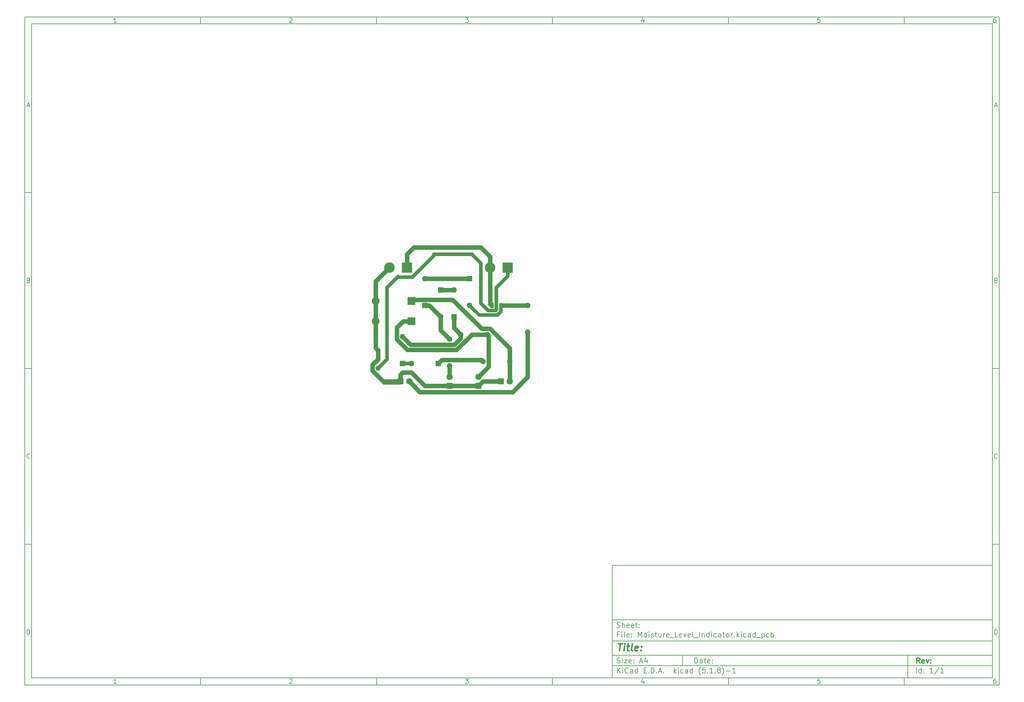
<source format=gbl>
%TF.GenerationSoftware,KiCad,Pcbnew,(5.1.8)-1*%
%TF.CreationDate,2021-07-18T22:50:51-07:00*%
%TF.ProjectId,Moisture_Level_Indicator,4d6f6973-7475-4726-955f-4c6576656c5f,rev?*%
%TF.SameCoordinates,Original*%
%TF.FileFunction,Copper,L2,Bot*%
%TF.FilePolarity,Positive*%
%FSLAX46Y46*%
G04 Gerber Fmt 4.6, Leading zero omitted, Abs format (unit mm)*
G04 Created by KiCad (PCBNEW (5.1.8)-1) date 2021-07-18 22:50:51*
%MOMM*%
%LPD*%
G01*
G04 APERTURE LIST*
%ADD10C,0.100000*%
%ADD11C,0.150000*%
%ADD12C,0.300000*%
%ADD13C,0.400000*%
%TA.AperFunction,ComponentPad*%
%ADD14R,1.600000X1.600000*%
%TD*%
%TA.AperFunction,ComponentPad*%
%ADD15O,1.600000X1.600000*%
%TD*%
%TA.AperFunction,ComponentPad*%
%ADD16C,1.800000*%
%TD*%
%TA.AperFunction,ComponentPad*%
%ADD17R,1.800000X1.800000*%
%TD*%
%TA.AperFunction,ComponentPad*%
%ADD18R,3.000000X3.000000*%
%TD*%
%TA.AperFunction,ComponentPad*%
%ADD19C,3.000000*%
%TD*%
%TA.AperFunction,ComponentPad*%
%ADD20O,1.050000X1.500000*%
%TD*%
%TA.AperFunction,ComponentPad*%
%ADD21R,1.050000X1.500000*%
%TD*%
%TA.AperFunction,ComponentPad*%
%ADD22C,1.600000*%
%TD*%
%TA.AperFunction,ComponentPad*%
%ADD23C,1.440000*%
%TD*%
%TA.AperFunction,ComponentPad*%
%ADD24R,2.200000X2.200000*%
%TD*%
%TA.AperFunction,ComponentPad*%
%ADD25O,2.200000X2.200000*%
%TD*%
%TA.AperFunction,Conductor*%
%ADD26C,1.270000*%
%TD*%
%TA.AperFunction,Conductor*%
%ADD27C,1.016000*%
%TD*%
G04 APERTURE END LIST*
D10*
D11*
X177002200Y-166007200D02*
X177002200Y-198007200D01*
X285002200Y-198007200D01*
X285002200Y-166007200D01*
X177002200Y-166007200D01*
D10*
D11*
X10000000Y-10000000D02*
X10000000Y-200007200D01*
X287002200Y-200007200D01*
X287002200Y-10000000D01*
X10000000Y-10000000D01*
D10*
D11*
X12000000Y-12000000D02*
X12000000Y-198007200D01*
X285002200Y-198007200D01*
X285002200Y-12000000D01*
X12000000Y-12000000D01*
D10*
D11*
X60000000Y-12000000D02*
X60000000Y-10000000D01*
D10*
D11*
X110000000Y-12000000D02*
X110000000Y-10000000D01*
D10*
D11*
X160000000Y-12000000D02*
X160000000Y-10000000D01*
D10*
D11*
X210000000Y-12000000D02*
X210000000Y-10000000D01*
D10*
D11*
X260000000Y-12000000D02*
X260000000Y-10000000D01*
D10*
D11*
X36065476Y-11588095D02*
X35322619Y-11588095D01*
X35694047Y-11588095D02*
X35694047Y-10288095D01*
X35570238Y-10473809D01*
X35446428Y-10597619D01*
X35322619Y-10659523D01*
D10*
D11*
X85322619Y-10411904D02*
X85384523Y-10350000D01*
X85508333Y-10288095D01*
X85817857Y-10288095D01*
X85941666Y-10350000D01*
X86003571Y-10411904D01*
X86065476Y-10535714D01*
X86065476Y-10659523D01*
X86003571Y-10845238D01*
X85260714Y-11588095D01*
X86065476Y-11588095D01*
D10*
D11*
X135260714Y-10288095D02*
X136065476Y-10288095D01*
X135632142Y-10783333D01*
X135817857Y-10783333D01*
X135941666Y-10845238D01*
X136003571Y-10907142D01*
X136065476Y-11030952D01*
X136065476Y-11340476D01*
X136003571Y-11464285D01*
X135941666Y-11526190D01*
X135817857Y-11588095D01*
X135446428Y-11588095D01*
X135322619Y-11526190D01*
X135260714Y-11464285D01*
D10*
D11*
X185941666Y-10721428D02*
X185941666Y-11588095D01*
X185632142Y-10226190D02*
X185322619Y-11154761D01*
X186127380Y-11154761D01*
D10*
D11*
X236003571Y-10288095D02*
X235384523Y-10288095D01*
X235322619Y-10907142D01*
X235384523Y-10845238D01*
X235508333Y-10783333D01*
X235817857Y-10783333D01*
X235941666Y-10845238D01*
X236003571Y-10907142D01*
X236065476Y-11030952D01*
X236065476Y-11340476D01*
X236003571Y-11464285D01*
X235941666Y-11526190D01*
X235817857Y-11588095D01*
X235508333Y-11588095D01*
X235384523Y-11526190D01*
X235322619Y-11464285D01*
D10*
D11*
X285941666Y-10288095D02*
X285694047Y-10288095D01*
X285570238Y-10350000D01*
X285508333Y-10411904D01*
X285384523Y-10597619D01*
X285322619Y-10845238D01*
X285322619Y-11340476D01*
X285384523Y-11464285D01*
X285446428Y-11526190D01*
X285570238Y-11588095D01*
X285817857Y-11588095D01*
X285941666Y-11526190D01*
X286003571Y-11464285D01*
X286065476Y-11340476D01*
X286065476Y-11030952D01*
X286003571Y-10907142D01*
X285941666Y-10845238D01*
X285817857Y-10783333D01*
X285570238Y-10783333D01*
X285446428Y-10845238D01*
X285384523Y-10907142D01*
X285322619Y-11030952D01*
D10*
D11*
X60000000Y-198007200D02*
X60000000Y-200007200D01*
D10*
D11*
X110000000Y-198007200D02*
X110000000Y-200007200D01*
D10*
D11*
X160000000Y-198007200D02*
X160000000Y-200007200D01*
D10*
D11*
X210000000Y-198007200D02*
X210000000Y-200007200D01*
D10*
D11*
X260000000Y-198007200D02*
X260000000Y-200007200D01*
D10*
D11*
X36065476Y-199595295D02*
X35322619Y-199595295D01*
X35694047Y-199595295D02*
X35694047Y-198295295D01*
X35570238Y-198481009D01*
X35446428Y-198604819D01*
X35322619Y-198666723D01*
D10*
D11*
X85322619Y-198419104D02*
X85384523Y-198357200D01*
X85508333Y-198295295D01*
X85817857Y-198295295D01*
X85941666Y-198357200D01*
X86003571Y-198419104D01*
X86065476Y-198542914D01*
X86065476Y-198666723D01*
X86003571Y-198852438D01*
X85260714Y-199595295D01*
X86065476Y-199595295D01*
D10*
D11*
X135260714Y-198295295D02*
X136065476Y-198295295D01*
X135632142Y-198790533D01*
X135817857Y-198790533D01*
X135941666Y-198852438D01*
X136003571Y-198914342D01*
X136065476Y-199038152D01*
X136065476Y-199347676D01*
X136003571Y-199471485D01*
X135941666Y-199533390D01*
X135817857Y-199595295D01*
X135446428Y-199595295D01*
X135322619Y-199533390D01*
X135260714Y-199471485D01*
D10*
D11*
X185941666Y-198728628D02*
X185941666Y-199595295D01*
X185632142Y-198233390D02*
X185322619Y-199161961D01*
X186127380Y-199161961D01*
D10*
D11*
X236003571Y-198295295D02*
X235384523Y-198295295D01*
X235322619Y-198914342D01*
X235384523Y-198852438D01*
X235508333Y-198790533D01*
X235817857Y-198790533D01*
X235941666Y-198852438D01*
X236003571Y-198914342D01*
X236065476Y-199038152D01*
X236065476Y-199347676D01*
X236003571Y-199471485D01*
X235941666Y-199533390D01*
X235817857Y-199595295D01*
X235508333Y-199595295D01*
X235384523Y-199533390D01*
X235322619Y-199471485D01*
D10*
D11*
X285941666Y-198295295D02*
X285694047Y-198295295D01*
X285570238Y-198357200D01*
X285508333Y-198419104D01*
X285384523Y-198604819D01*
X285322619Y-198852438D01*
X285322619Y-199347676D01*
X285384523Y-199471485D01*
X285446428Y-199533390D01*
X285570238Y-199595295D01*
X285817857Y-199595295D01*
X285941666Y-199533390D01*
X286003571Y-199471485D01*
X286065476Y-199347676D01*
X286065476Y-199038152D01*
X286003571Y-198914342D01*
X285941666Y-198852438D01*
X285817857Y-198790533D01*
X285570238Y-198790533D01*
X285446428Y-198852438D01*
X285384523Y-198914342D01*
X285322619Y-199038152D01*
D10*
D11*
X10000000Y-60000000D02*
X12000000Y-60000000D01*
D10*
D11*
X10000000Y-110000000D02*
X12000000Y-110000000D01*
D10*
D11*
X10000000Y-160000000D02*
X12000000Y-160000000D01*
D10*
D11*
X10690476Y-35216666D02*
X11309523Y-35216666D01*
X10566666Y-35588095D02*
X11000000Y-34288095D01*
X11433333Y-35588095D01*
D10*
D11*
X11092857Y-84907142D02*
X11278571Y-84969047D01*
X11340476Y-85030952D01*
X11402380Y-85154761D01*
X11402380Y-85340476D01*
X11340476Y-85464285D01*
X11278571Y-85526190D01*
X11154761Y-85588095D01*
X10659523Y-85588095D01*
X10659523Y-84288095D01*
X11092857Y-84288095D01*
X11216666Y-84350000D01*
X11278571Y-84411904D01*
X11340476Y-84535714D01*
X11340476Y-84659523D01*
X11278571Y-84783333D01*
X11216666Y-84845238D01*
X11092857Y-84907142D01*
X10659523Y-84907142D01*
D10*
D11*
X11402380Y-135464285D02*
X11340476Y-135526190D01*
X11154761Y-135588095D01*
X11030952Y-135588095D01*
X10845238Y-135526190D01*
X10721428Y-135402380D01*
X10659523Y-135278571D01*
X10597619Y-135030952D01*
X10597619Y-134845238D01*
X10659523Y-134597619D01*
X10721428Y-134473809D01*
X10845238Y-134350000D01*
X11030952Y-134288095D01*
X11154761Y-134288095D01*
X11340476Y-134350000D01*
X11402380Y-134411904D01*
D10*
D11*
X10659523Y-185588095D02*
X10659523Y-184288095D01*
X10969047Y-184288095D01*
X11154761Y-184350000D01*
X11278571Y-184473809D01*
X11340476Y-184597619D01*
X11402380Y-184845238D01*
X11402380Y-185030952D01*
X11340476Y-185278571D01*
X11278571Y-185402380D01*
X11154761Y-185526190D01*
X10969047Y-185588095D01*
X10659523Y-185588095D01*
D10*
D11*
X287002200Y-60000000D02*
X285002200Y-60000000D01*
D10*
D11*
X287002200Y-110000000D02*
X285002200Y-110000000D01*
D10*
D11*
X287002200Y-160000000D02*
X285002200Y-160000000D01*
D10*
D11*
X285692676Y-35216666D02*
X286311723Y-35216666D01*
X285568866Y-35588095D02*
X286002200Y-34288095D01*
X286435533Y-35588095D01*
D10*
D11*
X286095057Y-84907142D02*
X286280771Y-84969047D01*
X286342676Y-85030952D01*
X286404580Y-85154761D01*
X286404580Y-85340476D01*
X286342676Y-85464285D01*
X286280771Y-85526190D01*
X286156961Y-85588095D01*
X285661723Y-85588095D01*
X285661723Y-84288095D01*
X286095057Y-84288095D01*
X286218866Y-84350000D01*
X286280771Y-84411904D01*
X286342676Y-84535714D01*
X286342676Y-84659523D01*
X286280771Y-84783333D01*
X286218866Y-84845238D01*
X286095057Y-84907142D01*
X285661723Y-84907142D01*
D10*
D11*
X286404580Y-135464285D02*
X286342676Y-135526190D01*
X286156961Y-135588095D01*
X286033152Y-135588095D01*
X285847438Y-135526190D01*
X285723628Y-135402380D01*
X285661723Y-135278571D01*
X285599819Y-135030952D01*
X285599819Y-134845238D01*
X285661723Y-134597619D01*
X285723628Y-134473809D01*
X285847438Y-134350000D01*
X286033152Y-134288095D01*
X286156961Y-134288095D01*
X286342676Y-134350000D01*
X286404580Y-134411904D01*
D10*
D11*
X285661723Y-185588095D02*
X285661723Y-184288095D01*
X285971247Y-184288095D01*
X286156961Y-184350000D01*
X286280771Y-184473809D01*
X286342676Y-184597619D01*
X286404580Y-184845238D01*
X286404580Y-185030952D01*
X286342676Y-185278571D01*
X286280771Y-185402380D01*
X286156961Y-185526190D01*
X285971247Y-185588095D01*
X285661723Y-185588095D01*
D10*
D11*
X200434342Y-193785771D02*
X200434342Y-192285771D01*
X200791485Y-192285771D01*
X201005771Y-192357200D01*
X201148628Y-192500057D01*
X201220057Y-192642914D01*
X201291485Y-192928628D01*
X201291485Y-193142914D01*
X201220057Y-193428628D01*
X201148628Y-193571485D01*
X201005771Y-193714342D01*
X200791485Y-193785771D01*
X200434342Y-193785771D01*
X202577200Y-193785771D02*
X202577200Y-193000057D01*
X202505771Y-192857200D01*
X202362914Y-192785771D01*
X202077200Y-192785771D01*
X201934342Y-192857200D01*
X202577200Y-193714342D02*
X202434342Y-193785771D01*
X202077200Y-193785771D01*
X201934342Y-193714342D01*
X201862914Y-193571485D01*
X201862914Y-193428628D01*
X201934342Y-193285771D01*
X202077200Y-193214342D01*
X202434342Y-193214342D01*
X202577200Y-193142914D01*
X203077200Y-192785771D02*
X203648628Y-192785771D01*
X203291485Y-192285771D02*
X203291485Y-193571485D01*
X203362914Y-193714342D01*
X203505771Y-193785771D01*
X203648628Y-193785771D01*
X204720057Y-193714342D02*
X204577200Y-193785771D01*
X204291485Y-193785771D01*
X204148628Y-193714342D01*
X204077200Y-193571485D01*
X204077200Y-193000057D01*
X204148628Y-192857200D01*
X204291485Y-192785771D01*
X204577200Y-192785771D01*
X204720057Y-192857200D01*
X204791485Y-193000057D01*
X204791485Y-193142914D01*
X204077200Y-193285771D01*
X205434342Y-193642914D02*
X205505771Y-193714342D01*
X205434342Y-193785771D01*
X205362914Y-193714342D01*
X205434342Y-193642914D01*
X205434342Y-193785771D01*
X205434342Y-192857200D02*
X205505771Y-192928628D01*
X205434342Y-193000057D01*
X205362914Y-192928628D01*
X205434342Y-192857200D01*
X205434342Y-193000057D01*
D10*
D11*
X177002200Y-194507200D02*
X285002200Y-194507200D01*
D10*
D11*
X178434342Y-196585771D02*
X178434342Y-195085771D01*
X179291485Y-196585771D02*
X178648628Y-195728628D01*
X179291485Y-195085771D02*
X178434342Y-195942914D01*
X179934342Y-196585771D02*
X179934342Y-195585771D01*
X179934342Y-195085771D02*
X179862914Y-195157200D01*
X179934342Y-195228628D01*
X180005771Y-195157200D01*
X179934342Y-195085771D01*
X179934342Y-195228628D01*
X181505771Y-196442914D02*
X181434342Y-196514342D01*
X181220057Y-196585771D01*
X181077200Y-196585771D01*
X180862914Y-196514342D01*
X180720057Y-196371485D01*
X180648628Y-196228628D01*
X180577200Y-195942914D01*
X180577200Y-195728628D01*
X180648628Y-195442914D01*
X180720057Y-195300057D01*
X180862914Y-195157200D01*
X181077200Y-195085771D01*
X181220057Y-195085771D01*
X181434342Y-195157200D01*
X181505771Y-195228628D01*
X182791485Y-196585771D02*
X182791485Y-195800057D01*
X182720057Y-195657200D01*
X182577200Y-195585771D01*
X182291485Y-195585771D01*
X182148628Y-195657200D01*
X182791485Y-196514342D02*
X182648628Y-196585771D01*
X182291485Y-196585771D01*
X182148628Y-196514342D01*
X182077200Y-196371485D01*
X182077200Y-196228628D01*
X182148628Y-196085771D01*
X182291485Y-196014342D01*
X182648628Y-196014342D01*
X182791485Y-195942914D01*
X184148628Y-196585771D02*
X184148628Y-195085771D01*
X184148628Y-196514342D02*
X184005771Y-196585771D01*
X183720057Y-196585771D01*
X183577200Y-196514342D01*
X183505771Y-196442914D01*
X183434342Y-196300057D01*
X183434342Y-195871485D01*
X183505771Y-195728628D01*
X183577200Y-195657200D01*
X183720057Y-195585771D01*
X184005771Y-195585771D01*
X184148628Y-195657200D01*
X186005771Y-195800057D02*
X186505771Y-195800057D01*
X186720057Y-196585771D02*
X186005771Y-196585771D01*
X186005771Y-195085771D01*
X186720057Y-195085771D01*
X187362914Y-196442914D02*
X187434342Y-196514342D01*
X187362914Y-196585771D01*
X187291485Y-196514342D01*
X187362914Y-196442914D01*
X187362914Y-196585771D01*
X188077200Y-196585771D02*
X188077200Y-195085771D01*
X188434342Y-195085771D01*
X188648628Y-195157200D01*
X188791485Y-195300057D01*
X188862914Y-195442914D01*
X188934342Y-195728628D01*
X188934342Y-195942914D01*
X188862914Y-196228628D01*
X188791485Y-196371485D01*
X188648628Y-196514342D01*
X188434342Y-196585771D01*
X188077200Y-196585771D01*
X189577200Y-196442914D02*
X189648628Y-196514342D01*
X189577200Y-196585771D01*
X189505771Y-196514342D01*
X189577200Y-196442914D01*
X189577200Y-196585771D01*
X190220057Y-196157200D02*
X190934342Y-196157200D01*
X190077200Y-196585771D02*
X190577200Y-195085771D01*
X191077200Y-196585771D01*
X191577200Y-196442914D02*
X191648628Y-196514342D01*
X191577200Y-196585771D01*
X191505771Y-196514342D01*
X191577200Y-196442914D01*
X191577200Y-196585771D01*
X194577200Y-196585771D02*
X194577200Y-195085771D01*
X194720057Y-196014342D02*
X195148628Y-196585771D01*
X195148628Y-195585771D02*
X194577200Y-196157200D01*
X195791485Y-196585771D02*
X195791485Y-195585771D01*
X195791485Y-195085771D02*
X195720057Y-195157200D01*
X195791485Y-195228628D01*
X195862914Y-195157200D01*
X195791485Y-195085771D01*
X195791485Y-195228628D01*
X197148628Y-196514342D02*
X197005771Y-196585771D01*
X196720057Y-196585771D01*
X196577200Y-196514342D01*
X196505771Y-196442914D01*
X196434342Y-196300057D01*
X196434342Y-195871485D01*
X196505771Y-195728628D01*
X196577200Y-195657200D01*
X196720057Y-195585771D01*
X197005771Y-195585771D01*
X197148628Y-195657200D01*
X198434342Y-196585771D02*
X198434342Y-195800057D01*
X198362914Y-195657200D01*
X198220057Y-195585771D01*
X197934342Y-195585771D01*
X197791485Y-195657200D01*
X198434342Y-196514342D02*
X198291485Y-196585771D01*
X197934342Y-196585771D01*
X197791485Y-196514342D01*
X197720057Y-196371485D01*
X197720057Y-196228628D01*
X197791485Y-196085771D01*
X197934342Y-196014342D01*
X198291485Y-196014342D01*
X198434342Y-195942914D01*
X199791485Y-196585771D02*
X199791485Y-195085771D01*
X199791485Y-196514342D02*
X199648628Y-196585771D01*
X199362914Y-196585771D01*
X199220057Y-196514342D01*
X199148628Y-196442914D01*
X199077200Y-196300057D01*
X199077200Y-195871485D01*
X199148628Y-195728628D01*
X199220057Y-195657200D01*
X199362914Y-195585771D01*
X199648628Y-195585771D01*
X199791485Y-195657200D01*
X202077200Y-197157200D02*
X202005771Y-197085771D01*
X201862914Y-196871485D01*
X201791485Y-196728628D01*
X201720057Y-196514342D01*
X201648628Y-196157200D01*
X201648628Y-195871485D01*
X201720057Y-195514342D01*
X201791485Y-195300057D01*
X201862914Y-195157200D01*
X202005771Y-194942914D01*
X202077200Y-194871485D01*
X203362914Y-195085771D02*
X202648628Y-195085771D01*
X202577200Y-195800057D01*
X202648628Y-195728628D01*
X202791485Y-195657200D01*
X203148628Y-195657200D01*
X203291485Y-195728628D01*
X203362914Y-195800057D01*
X203434342Y-195942914D01*
X203434342Y-196300057D01*
X203362914Y-196442914D01*
X203291485Y-196514342D01*
X203148628Y-196585771D01*
X202791485Y-196585771D01*
X202648628Y-196514342D01*
X202577200Y-196442914D01*
X204077200Y-196442914D02*
X204148628Y-196514342D01*
X204077200Y-196585771D01*
X204005771Y-196514342D01*
X204077200Y-196442914D01*
X204077200Y-196585771D01*
X205577200Y-196585771D02*
X204720057Y-196585771D01*
X205148628Y-196585771D02*
X205148628Y-195085771D01*
X205005771Y-195300057D01*
X204862914Y-195442914D01*
X204720057Y-195514342D01*
X206220057Y-196442914D02*
X206291485Y-196514342D01*
X206220057Y-196585771D01*
X206148628Y-196514342D01*
X206220057Y-196442914D01*
X206220057Y-196585771D01*
X207148628Y-195728628D02*
X207005771Y-195657200D01*
X206934342Y-195585771D01*
X206862914Y-195442914D01*
X206862914Y-195371485D01*
X206934342Y-195228628D01*
X207005771Y-195157200D01*
X207148628Y-195085771D01*
X207434342Y-195085771D01*
X207577200Y-195157200D01*
X207648628Y-195228628D01*
X207720057Y-195371485D01*
X207720057Y-195442914D01*
X207648628Y-195585771D01*
X207577200Y-195657200D01*
X207434342Y-195728628D01*
X207148628Y-195728628D01*
X207005771Y-195800057D01*
X206934342Y-195871485D01*
X206862914Y-196014342D01*
X206862914Y-196300057D01*
X206934342Y-196442914D01*
X207005771Y-196514342D01*
X207148628Y-196585771D01*
X207434342Y-196585771D01*
X207577200Y-196514342D01*
X207648628Y-196442914D01*
X207720057Y-196300057D01*
X207720057Y-196014342D01*
X207648628Y-195871485D01*
X207577200Y-195800057D01*
X207434342Y-195728628D01*
X208220057Y-197157200D02*
X208291485Y-197085771D01*
X208434342Y-196871485D01*
X208505771Y-196728628D01*
X208577200Y-196514342D01*
X208648628Y-196157200D01*
X208648628Y-195871485D01*
X208577200Y-195514342D01*
X208505771Y-195300057D01*
X208434342Y-195157200D01*
X208291485Y-194942914D01*
X208220057Y-194871485D01*
X209362914Y-196014342D02*
X210505771Y-196014342D01*
X212005771Y-196585771D02*
X211148628Y-196585771D01*
X211577200Y-196585771D02*
X211577200Y-195085771D01*
X211434342Y-195300057D01*
X211291485Y-195442914D01*
X211148628Y-195514342D01*
D10*
D11*
X177002200Y-191507200D02*
X285002200Y-191507200D01*
D10*
D12*
X264411485Y-193785771D02*
X263911485Y-193071485D01*
X263554342Y-193785771D02*
X263554342Y-192285771D01*
X264125771Y-192285771D01*
X264268628Y-192357200D01*
X264340057Y-192428628D01*
X264411485Y-192571485D01*
X264411485Y-192785771D01*
X264340057Y-192928628D01*
X264268628Y-193000057D01*
X264125771Y-193071485D01*
X263554342Y-193071485D01*
X265625771Y-193714342D02*
X265482914Y-193785771D01*
X265197200Y-193785771D01*
X265054342Y-193714342D01*
X264982914Y-193571485D01*
X264982914Y-193000057D01*
X265054342Y-192857200D01*
X265197200Y-192785771D01*
X265482914Y-192785771D01*
X265625771Y-192857200D01*
X265697200Y-193000057D01*
X265697200Y-193142914D01*
X264982914Y-193285771D01*
X266197200Y-192785771D02*
X266554342Y-193785771D01*
X266911485Y-192785771D01*
X267482914Y-193642914D02*
X267554342Y-193714342D01*
X267482914Y-193785771D01*
X267411485Y-193714342D01*
X267482914Y-193642914D01*
X267482914Y-193785771D01*
X267482914Y-192857200D02*
X267554342Y-192928628D01*
X267482914Y-193000057D01*
X267411485Y-192928628D01*
X267482914Y-192857200D01*
X267482914Y-193000057D01*
D10*
D11*
X178362914Y-193714342D02*
X178577200Y-193785771D01*
X178934342Y-193785771D01*
X179077200Y-193714342D01*
X179148628Y-193642914D01*
X179220057Y-193500057D01*
X179220057Y-193357200D01*
X179148628Y-193214342D01*
X179077200Y-193142914D01*
X178934342Y-193071485D01*
X178648628Y-193000057D01*
X178505771Y-192928628D01*
X178434342Y-192857200D01*
X178362914Y-192714342D01*
X178362914Y-192571485D01*
X178434342Y-192428628D01*
X178505771Y-192357200D01*
X178648628Y-192285771D01*
X179005771Y-192285771D01*
X179220057Y-192357200D01*
X179862914Y-193785771D02*
X179862914Y-192785771D01*
X179862914Y-192285771D02*
X179791485Y-192357200D01*
X179862914Y-192428628D01*
X179934342Y-192357200D01*
X179862914Y-192285771D01*
X179862914Y-192428628D01*
X180434342Y-192785771D02*
X181220057Y-192785771D01*
X180434342Y-193785771D01*
X181220057Y-193785771D01*
X182362914Y-193714342D02*
X182220057Y-193785771D01*
X181934342Y-193785771D01*
X181791485Y-193714342D01*
X181720057Y-193571485D01*
X181720057Y-193000057D01*
X181791485Y-192857200D01*
X181934342Y-192785771D01*
X182220057Y-192785771D01*
X182362914Y-192857200D01*
X182434342Y-193000057D01*
X182434342Y-193142914D01*
X181720057Y-193285771D01*
X183077200Y-193642914D02*
X183148628Y-193714342D01*
X183077200Y-193785771D01*
X183005771Y-193714342D01*
X183077200Y-193642914D01*
X183077200Y-193785771D01*
X183077200Y-192857200D02*
X183148628Y-192928628D01*
X183077200Y-193000057D01*
X183005771Y-192928628D01*
X183077200Y-192857200D01*
X183077200Y-193000057D01*
X184862914Y-193357200D02*
X185577200Y-193357200D01*
X184720057Y-193785771D02*
X185220057Y-192285771D01*
X185720057Y-193785771D01*
X186862914Y-192785771D02*
X186862914Y-193785771D01*
X186505771Y-192214342D02*
X186148628Y-193285771D01*
X187077200Y-193285771D01*
D10*
D11*
X263434342Y-196585771D02*
X263434342Y-195085771D01*
X264791485Y-196585771D02*
X264791485Y-195085771D01*
X264791485Y-196514342D02*
X264648628Y-196585771D01*
X264362914Y-196585771D01*
X264220057Y-196514342D01*
X264148628Y-196442914D01*
X264077200Y-196300057D01*
X264077200Y-195871485D01*
X264148628Y-195728628D01*
X264220057Y-195657200D01*
X264362914Y-195585771D01*
X264648628Y-195585771D01*
X264791485Y-195657200D01*
X265505771Y-196442914D02*
X265577200Y-196514342D01*
X265505771Y-196585771D01*
X265434342Y-196514342D01*
X265505771Y-196442914D01*
X265505771Y-196585771D01*
X265505771Y-195657200D02*
X265577200Y-195728628D01*
X265505771Y-195800057D01*
X265434342Y-195728628D01*
X265505771Y-195657200D01*
X265505771Y-195800057D01*
X268148628Y-196585771D02*
X267291485Y-196585771D01*
X267720057Y-196585771D02*
X267720057Y-195085771D01*
X267577200Y-195300057D01*
X267434342Y-195442914D01*
X267291485Y-195514342D01*
X269862914Y-195014342D02*
X268577200Y-196942914D01*
X271148628Y-196585771D02*
X270291485Y-196585771D01*
X270720057Y-196585771D02*
X270720057Y-195085771D01*
X270577200Y-195300057D01*
X270434342Y-195442914D01*
X270291485Y-195514342D01*
D10*
D11*
X177002200Y-187507200D02*
X285002200Y-187507200D01*
D10*
D13*
X178714580Y-188211961D02*
X179857438Y-188211961D01*
X179036009Y-190211961D02*
X179286009Y-188211961D01*
X180274104Y-190211961D02*
X180440771Y-188878628D01*
X180524104Y-188211961D02*
X180416961Y-188307200D01*
X180500295Y-188402438D01*
X180607438Y-188307200D01*
X180524104Y-188211961D01*
X180500295Y-188402438D01*
X181107438Y-188878628D02*
X181869342Y-188878628D01*
X181476485Y-188211961D02*
X181262200Y-189926247D01*
X181333628Y-190116723D01*
X181512200Y-190211961D01*
X181702676Y-190211961D01*
X182655057Y-190211961D02*
X182476485Y-190116723D01*
X182405057Y-189926247D01*
X182619342Y-188211961D01*
X184190771Y-190116723D02*
X183988390Y-190211961D01*
X183607438Y-190211961D01*
X183428866Y-190116723D01*
X183357438Y-189926247D01*
X183452676Y-189164342D01*
X183571723Y-188973866D01*
X183774104Y-188878628D01*
X184155057Y-188878628D01*
X184333628Y-188973866D01*
X184405057Y-189164342D01*
X184381247Y-189354819D01*
X183405057Y-189545295D01*
X185155057Y-190021485D02*
X185238390Y-190116723D01*
X185131247Y-190211961D01*
X185047914Y-190116723D01*
X185155057Y-190021485D01*
X185131247Y-190211961D01*
X185286009Y-188973866D02*
X185369342Y-189069104D01*
X185262200Y-189164342D01*
X185178866Y-189069104D01*
X185286009Y-188973866D01*
X185262200Y-189164342D01*
D10*
D11*
X178934342Y-185600057D02*
X178434342Y-185600057D01*
X178434342Y-186385771D02*
X178434342Y-184885771D01*
X179148628Y-184885771D01*
X179720057Y-186385771D02*
X179720057Y-185385771D01*
X179720057Y-184885771D02*
X179648628Y-184957200D01*
X179720057Y-185028628D01*
X179791485Y-184957200D01*
X179720057Y-184885771D01*
X179720057Y-185028628D01*
X180648628Y-186385771D02*
X180505771Y-186314342D01*
X180434342Y-186171485D01*
X180434342Y-184885771D01*
X181791485Y-186314342D02*
X181648628Y-186385771D01*
X181362914Y-186385771D01*
X181220057Y-186314342D01*
X181148628Y-186171485D01*
X181148628Y-185600057D01*
X181220057Y-185457200D01*
X181362914Y-185385771D01*
X181648628Y-185385771D01*
X181791485Y-185457200D01*
X181862914Y-185600057D01*
X181862914Y-185742914D01*
X181148628Y-185885771D01*
X182505771Y-186242914D02*
X182577200Y-186314342D01*
X182505771Y-186385771D01*
X182434342Y-186314342D01*
X182505771Y-186242914D01*
X182505771Y-186385771D01*
X182505771Y-185457200D02*
X182577200Y-185528628D01*
X182505771Y-185600057D01*
X182434342Y-185528628D01*
X182505771Y-185457200D01*
X182505771Y-185600057D01*
X184362914Y-186385771D02*
X184362914Y-184885771D01*
X184862914Y-185957200D01*
X185362914Y-184885771D01*
X185362914Y-186385771D01*
X186291485Y-186385771D02*
X186148628Y-186314342D01*
X186077200Y-186242914D01*
X186005771Y-186100057D01*
X186005771Y-185671485D01*
X186077200Y-185528628D01*
X186148628Y-185457200D01*
X186291485Y-185385771D01*
X186505771Y-185385771D01*
X186648628Y-185457200D01*
X186720057Y-185528628D01*
X186791485Y-185671485D01*
X186791485Y-186100057D01*
X186720057Y-186242914D01*
X186648628Y-186314342D01*
X186505771Y-186385771D01*
X186291485Y-186385771D01*
X187434342Y-186385771D02*
X187434342Y-185385771D01*
X187434342Y-184885771D02*
X187362914Y-184957200D01*
X187434342Y-185028628D01*
X187505771Y-184957200D01*
X187434342Y-184885771D01*
X187434342Y-185028628D01*
X188077200Y-186314342D02*
X188220057Y-186385771D01*
X188505771Y-186385771D01*
X188648628Y-186314342D01*
X188720057Y-186171485D01*
X188720057Y-186100057D01*
X188648628Y-185957200D01*
X188505771Y-185885771D01*
X188291485Y-185885771D01*
X188148628Y-185814342D01*
X188077200Y-185671485D01*
X188077200Y-185600057D01*
X188148628Y-185457200D01*
X188291485Y-185385771D01*
X188505771Y-185385771D01*
X188648628Y-185457200D01*
X189148628Y-185385771D02*
X189720057Y-185385771D01*
X189362914Y-184885771D02*
X189362914Y-186171485D01*
X189434342Y-186314342D01*
X189577200Y-186385771D01*
X189720057Y-186385771D01*
X190862914Y-185385771D02*
X190862914Y-186385771D01*
X190220057Y-185385771D02*
X190220057Y-186171485D01*
X190291485Y-186314342D01*
X190434342Y-186385771D01*
X190648628Y-186385771D01*
X190791485Y-186314342D01*
X190862914Y-186242914D01*
X191577200Y-186385771D02*
X191577200Y-185385771D01*
X191577200Y-185671485D02*
X191648628Y-185528628D01*
X191720057Y-185457200D01*
X191862914Y-185385771D01*
X192005771Y-185385771D01*
X193077200Y-186314342D02*
X192934342Y-186385771D01*
X192648628Y-186385771D01*
X192505771Y-186314342D01*
X192434342Y-186171485D01*
X192434342Y-185600057D01*
X192505771Y-185457200D01*
X192648628Y-185385771D01*
X192934342Y-185385771D01*
X193077200Y-185457200D01*
X193148628Y-185600057D01*
X193148628Y-185742914D01*
X192434342Y-185885771D01*
X193434342Y-186528628D02*
X194577200Y-186528628D01*
X195648628Y-186385771D02*
X194934342Y-186385771D01*
X194934342Y-184885771D01*
X196720057Y-186314342D02*
X196577200Y-186385771D01*
X196291485Y-186385771D01*
X196148628Y-186314342D01*
X196077200Y-186171485D01*
X196077200Y-185600057D01*
X196148628Y-185457200D01*
X196291485Y-185385771D01*
X196577200Y-185385771D01*
X196720057Y-185457200D01*
X196791485Y-185600057D01*
X196791485Y-185742914D01*
X196077200Y-185885771D01*
X197291485Y-185385771D02*
X197648628Y-186385771D01*
X198005771Y-185385771D01*
X199148628Y-186314342D02*
X199005771Y-186385771D01*
X198720057Y-186385771D01*
X198577200Y-186314342D01*
X198505771Y-186171485D01*
X198505771Y-185600057D01*
X198577200Y-185457200D01*
X198720057Y-185385771D01*
X199005771Y-185385771D01*
X199148628Y-185457200D01*
X199220057Y-185600057D01*
X199220057Y-185742914D01*
X198505771Y-185885771D01*
X200077200Y-186385771D02*
X199934342Y-186314342D01*
X199862914Y-186171485D01*
X199862914Y-184885771D01*
X200291485Y-186528628D02*
X201434342Y-186528628D01*
X201791485Y-186385771D02*
X201791485Y-184885771D01*
X202505771Y-185385771D02*
X202505771Y-186385771D01*
X202505771Y-185528628D02*
X202577200Y-185457200D01*
X202720057Y-185385771D01*
X202934342Y-185385771D01*
X203077200Y-185457200D01*
X203148628Y-185600057D01*
X203148628Y-186385771D01*
X204505771Y-186385771D02*
X204505771Y-184885771D01*
X204505771Y-186314342D02*
X204362914Y-186385771D01*
X204077200Y-186385771D01*
X203934342Y-186314342D01*
X203862914Y-186242914D01*
X203791485Y-186100057D01*
X203791485Y-185671485D01*
X203862914Y-185528628D01*
X203934342Y-185457200D01*
X204077200Y-185385771D01*
X204362914Y-185385771D01*
X204505771Y-185457200D01*
X205220057Y-186385771D02*
X205220057Y-185385771D01*
X205220057Y-184885771D02*
X205148628Y-184957200D01*
X205220057Y-185028628D01*
X205291485Y-184957200D01*
X205220057Y-184885771D01*
X205220057Y-185028628D01*
X206577200Y-186314342D02*
X206434342Y-186385771D01*
X206148628Y-186385771D01*
X206005771Y-186314342D01*
X205934342Y-186242914D01*
X205862914Y-186100057D01*
X205862914Y-185671485D01*
X205934342Y-185528628D01*
X206005771Y-185457200D01*
X206148628Y-185385771D01*
X206434342Y-185385771D01*
X206577200Y-185457200D01*
X207862914Y-186385771D02*
X207862914Y-185600057D01*
X207791485Y-185457200D01*
X207648628Y-185385771D01*
X207362914Y-185385771D01*
X207220057Y-185457200D01*
X207862914Y-186314342D02*
X207720057Y-186385771D01*
X207362914Y-186385771D01*
X207220057Y-186314342D01*
X207148628Y-186171485D01*
X207148628Y-186028628D01*
X207220057Y-185885771D01*
X207362914Y-185814342D01*
X207720057Y-185814342D01*
X207862914Y-185742914D01*
X208362914Y-185385771D02*
X208934342Y-185385771D01*
X208577200Y-184885771D02*
X208577200Y-186171485D01*
X208648628Y-186314342D01*
X208791485Y-186385771D01*
X208934342Y-186385771D01*
X209648628Y-186385771D02*
X209505771Y-186314342D01*
X209434342Y-186242914D01*
X209362914Y-186100057D01*
X209362914Y-185671485D01*
X209434342Y-185528628D01*
X209505771Y-185457200D01*
X209648628Y-185385771D01*
X209862914Y-185385771D01*
X210005771Y-185457200D01*
X210077200Y-185528628D01*
X210148628Y-185671485D01*
X210148628Y-186100057D01*
X210077200Y-186242914D01*
X210005771Y-186314342D01*
X209862914Y-186385771D01*
X209648628Y-186385771D01*
X210791485Y-186385771D02*
X210791485Y-185385771D01*
X210791485Y-185671485D02*
X210862914Y-185528628D01*
X210934342Y-185457200D01*
X211077200Y-185385771D01*
X211220057Y-185385771D01*
X211720057Y-186242914D02*
X211791485Y-186314342D01*
X211720057Y-186385771D01*
X211648628Y-186314342D01*
X211720057Y-186242914D01*
X211720057Y-186385771D01*
X212434342Y-186385771D02*
X212434342Y-184885771D01*
X212577200Y-185814342D02*
X213005771Y-186385771D01*
X213005771Y-185385771D02*
X212434342Y-185957200D01*
X213648628Y-186385771D02*
X213648628Y-185385771D01*
X213648628Y-184885771D02*
X213577200Y-184957200D01*
X213648628Y-185028628D01*
X213720057Y-184957200D01*
X213648628Y-184885771D01*
X213648628Y-185028628D01*
X215005771Y-186314342D02*
X214862914Y-186385771D01*
X214577200Y-186385771D01*
X214434342Y-186314342D01*
X214362914Y-186242914D01*
X214291485Y-186100057D01*
X214291485Y-185671485D01*
X214362914Y-185528628D01*
X214434342Y-185457200D01*
X214577200Y-185385771D01*
X214862914Y-185385771D01*
X215005771Y-185457200D01*
X216291485Y-186385771D02*
X216291485Y-185600057D01*
X216220057Y-185457200D01*
X216077200Y-185385771D01*
X215791485Y-185385771D01*
X215648628Y-185457200D01*
X216291485Y-186314342D02*
X216148628Y-186385771D01*
X215791485Y-186385771D01*
X215648628Y-186314342D01*
X215577200Y-186171485D01*
X215577200Y-186028628D01*
X215648628Y-185885771D01*
X215791485Y-185814342D01*
X216148628Y-185814342D01*
X216291485Y-185742914D01*
X217648628Y-186385771D02*
X217648628Y-184885771D01*
X217648628Y-186314342D02*
X217505771Y-186385771D01*
X217220057Y-186385771D01*
X217077200Y-186314342D01*
X217005771Y-186242914D01*
X216934342Y-186100057D01*
X216934342Y-185671485D01*
X217005771Y-185528628D01*
X217077200Y-185457200D01*
X217220057Y-185385771D01*
X217505771Y-185385771D01*
X217648628Y-185457200D01*
X218005771Y-186528628D02*
X219148628Y-186528628D01*
X219505771Y-185385771D02*
X219505771Y-186885771D01*
X219505771Y-185457200D02*
X219648628Y-185385771D01*
X219934342Y-185385771D01*
X220077200Y-185457200D01*
X220148628Y-185528628D01*
X220220057Y-185671485D01*
X220220057Y-186100057D01*
X220148628Y-186242914D01*
X220077200Y-186314342D01*
X219934342Y-186385771D01*
X219648628Y-186385771D01*
X219505771Y-186314342D01*
X221505771Y-186314342D02*
X221362914Y-186385771D01*
X221077200Y-186385771D01*
X220934342Y-186314342D01*
X220862914Y-186242914D01*
X220791485Y-186100057D01*
X220791485Y-185671485D01*
X220862914Y-185528628D01*
X220934342Y-185457200D01*
X221077200Y-185385771D01*
X221362914Y-185385771D01*
X221505771Y-185457200D01*
X222148628Y-186385771D02*
X222148628Y-184885771D01*
X222148628Y-185457200D02*
X222291485Y-185385771D01*
X222577200Y-185385771D01*
X222720057Y-185457200D01*
X222791485Y-185528628D01*
X222862914Y-185671485D01*
X222862914Y-186100057D01*
X222791485Y-186242914D01*
X222720057Y-186314342D01*
X222577200Y-186385771D01*
X222291485Y-186385771D01*
X222148628Y-186314342D01*
D10*
D11*
X177002200Y-181507200D02*
X285002200Y-181507200D01*
D10*
D11*
X178362914Y-183614342D02*
X178577200Y-183685771D01*
X178934342Y-183685771D01*
X179077200Y-183614342D01*
X179148628Y-183542914D01*
X179220057Y-183400057D01*
X179220057Y-183257200D01*
X179148628Y-183114342D01*
X179077200Y-183042914D01*
X178934342Y-182971485D01*
X178648628Y-182900057D01*
X178505771Y-182828628D01*
X178434342Y-182757200D01*
X178362914Y-182614342D01*
X178362914Y-182471485D01*
X178434342Y-182328628D01*
X178505771Y-182257200D01*
X178648628Y-182185771D01*
X179005771Y-182185771D01*
X179220057Y-182257200D01*
X179862914Y-183685771D02*
X179862914Y-182185771D01*
X180505771Y-183685771D02*
X180505771Y-182900057D01*
X180434342Y-182757200D01*
X180291485Y-182685771D01*
X180077200Y-182685771D01*
X179934342Y-182757200D01*
X179862914Y-182828628D01*
X181791485Y-183614342D02*
X181648628Y-183685771D01*
X181362914Y-183685771D01*
X181220057Y-183614342D01*
X181148628Y-183471485D01*
X181148628Y-182900057D01*
X181220057Y-182757200D01*
X181362914Y-182685771D01*
X181648628Y-182685771D01*
X181791485Y-182757200D01*
X181862914Y-182900057D01*
X181862914Y-183042914D01*
X181148628Y-183185771D01*
X183077200Y-183614342D02*
X182934342Y-183685771D01*
X182648628Y-183685771D01*
X182505771Y-183614342D01*
X182434342Y-183471485D01*
X182434342Y-182900057D01*
X182505771Y-182757200D01*
X182648628Y-182685771D01*
X182934342Y-182685771D01*
X183077200Y-182757200D01*
X183148628Y-182900057D01*
X183148628Y-183042914D01*
X182434342Y-183185771D01*
X183577200Y-182685771D02*
X184148628Y-182685771D01*
X183791485Y-182185771D02*
X183791485Y-183471485D01*
X183862914Y-183614342D01*
X184005771Y-183685771D01*
X184148628Y-183685771D01*
X184648628Y-183542914D02*
X184720057Y-183614342D01*
X184648628Y-183685771D01*
X184577200Y-183614342D01*
X184648628Y-183542914D01*
X184648628Y-183685771D01*
X184648628Y-182757200D02*
X184720057Y-182828628D01*
X184648628Y-182900057D01*
X184577200Y-182828628D01*
X184648628Y-182757200D01*
X184648628Y-182900057D01*
D10*
D11*
X197002200Y-191507200D02*
X197002200Y-194507200D01*
D10*
D11*
X261002200Y-191507200D02*
X261002200Y-198007200D01*
D14*
%TO.P,D1,1*%
%TO.N,Net-(D1-Pad1)*%
X136440000Y-84455000D03*
D15*
%TO.P,D1,2*%
%TO.N,Net-(D1-Pad2)*%
X136440000Y-92075000D03*
%TD*%
D14*
%TO.P,D2,1*%
%TO.N,Net-(D2-Pad1)*%
X123740000Y-92075000D03*
D15*
%TO.P,D2,2*%
%TO.N,Net-(D1-Pad1)*%
X123740000Y-84455000D03*
%TD*%
%TO.P,D3,2*%
%TO.N,Net-(D2-Pad1)*%
X128185000Y-95250000D03*
D14*
%TO.P,D3,1*%
%TO.N,Net-(D3-Pad1)*%
X128185000Y-87630000D03*
%TD*%
D15*
%TO.P,D4,2*%
%TO.N,Net-(D3-Pad1)*%
X131995000Y-87630000D03*
D14*
%TO.P,D4,1*%
%TO.N,Net-(D4-Pad1)*%
X131995000Y-95250000D03*
%TD*%
%TO.P,D5,1*%
%TO.N,Net-(D5-Pad1)*%
X117390000Y-108585000D03*
D15*
%TO.P,D5,2*%
%TO.N,Net-(D4-Pad1)*%
X117390000Y-100965000D03*
%TD*%
%TO.P,D6,2*%
%TO.N,Net-(D5-Pad1)*%
X119930000Y-108585000D03*
D14*
%TO.P,D6,1*%
%TO.N,Net-(D6-Pad1)*%
X127550000Y-108585000D03*
%TD*%
D16*
%TO.P,D1-1,2*%
%TO.N,Net-(D1-1-Pad2)*%
X119295000Y-113665000D03*
D17*
%TO.P,D1-1,1*%
%TO.N,GND*%
X116755000Y-113665000D03*
%TD*%
D16*
%TO.P,D1-2,2*%
%TO.N,Net-(D1-2-Pad2)*%
X130725000Y-112395000D03*
D17*
%TO.P,D1-2,1*%
%TO.N,GND*%
X130725000Y-114935000D03*
%TD*%
%TO.P,D1-3,1*%
%TO.N,GND*%
X138980000Y-114935000D03*
D16*
%TO.P,D1-3,2*%
%TO.N,Net-(D1-3-Pad2)*%
X138980000Y-112395000D03*
%TD*%
D17*
%TO.P,D1-4,1*%
%TO.N,GND*%
X145330000Y-113665000D03*
D16*
%TO.P,D1-4,2*%
%TO.N,Net-(D1-4-Pad2)*%
X147870000Y-113665000D03*
%TD*%
D18*
%TO.P,J1,1*%
%TO.N,+12V*%
X118660000Y-81280000D03*
D19*
%TO.P,J1,2*%
%TO.N,GND*%
X113660000Y-81280000D03*
%TD*%
%TO.P,J2,2*%
%TO.N,+12V*%
X142235000Y-81280000D03*
D18*
%TO.P,J2,1*%
%TO.N,Net-(J2-Pad1)*%
X147235000Y-81280000D03*
%TD*%
D20*
%TO.P,Q1,2*%
%TO.N,Net-(J2-Pad1)*%
X144060000Y-92075000D03*
%TO.P,Q1,3*%
%TO.N,Net-(D1-Pad2)*%
X145330000Y-92075000D03*
D21*
%TO.P,Q1,1*%
%TO.N,+12V*%
X142790000Y-92075000D03*
%TD*%
D15*
%TO.P,R1,2*%
%TO.N,Net-(D1-1-Pad2)*%
X152950000Y-99695000D03*
D22*
%TO.P,R1,1*%
%TO.N,Net-(D1-Pad2)*%
X152950000Y-92075000D03*
%TD*%
D15*
%TO.P,R2,2*%
%TO.N,Net-(D1-2-Pad2)*%
X130725000Y-109220000D03*
D22*
%TO.P,R2,1*%
%TO.N,Net-(D2-Pad1)*%
X130725000Y-101600000D03*
%TD*%
%TO.P,R3,1*%
%TO.N,Net-(D4-Pad1)*%
X133900000Y-100330000D03*
D15*
%TO.P,R3,2*%
%TO.N,Net-(D1-3-Pad2)*%
X141520000Y-100330000D03*
%TD*%
D22*
%TO.P,R4,1*%
%TO.N,Net-(D6-Pad1)*%
X140250000Y-107950000D03*
D15*
%TO.P,R4,2*%
%TO.N,Net-(D1-4-Pad2)*%
X147870000Y-107950000D03*
%TD*%
D23*
%TO.P,R5,1*%
%TO.N,Net-(J2-Pad1)*%
X110405000Y-109885001D03*
%TO.P,R5,2*%
%TO.N,GND*%
X110405000Y-107345001D03*
%TO.P,R5,3*%
X110405000Y-104805001D03*
%TD*%
D24*
%TO.P,ZD1,1*%
%TO.N,Net-(D1-3-Pad2)*%
X119930000Y-96520000D03*
D25*
%TO.P,ZD1,2*%
%TO.N,GND*%
X109770000Y-96520000D03*
%TD*%
%TO.P,ZD2,2*%
%TO.N,GND*%
X109770000Y-90805000D03*
D24*
%TO.P,ZD2,1*%
%TO.N,Net-(D1-4-Pad2)*%
X119930000Y-90805000D03*
%TD*%
D26*
%TO.N,Net-(D1-Pad1)*%
X136440000Y-84455000D02*
X123740000Y-84455000D01*
%TO.N,Net-(D1-Pad2)*%
X152950000Y-92075000D02*
X145420010Y-92075000D01*
D27*
X145330000Y-93804099D02*
X145330000Y-92075000D01*
X144385088Y-94749011D02*
X145330000Y-93804099D01*
X139114011Y-94749011D02*
X144385088Y-94749011D01*
X136440000Y-92075000D02*
X139114011Y-94749011D01*
D26*
%TO.N,Net-(D2-Pad1)*%
X125010000Y-92075000D02*
X128185000Y-95250000D01*
X123740000Y-92075000D02*
X125010000Y-92075000D01*
X128185000Y-99060000D02*
X128185000Y-95250000D01*
X130725000Y-101600000D02*
X128185000Y-99060000D01*
%TO.N,Net-(D3-Pad1)*%
X128185000Y-87630000D02*
X131995000Y-87630000D01*
%TO.N,Net-(D4-Pad1)*%
X131995000Y-98425000D02*
X133900000Y-100330000D01*
X131995000Y-95250000D02*
X131995000Y-98425000D01*
X133900000Y-101461370D02*
X133900000Y-100330000D01*
X132126369Y-103235001D02*
X133900000Y-101461370D01*
X119660001Y-103235001D02*
X132126369Y-103235001D01*
X117390000Y-100965000D02*
X119660001Y-103235001D01*
D27*
%TO.N,Net-(D5-Pad1)*%
X117390000Y-108585000D02*
X119930000Y-108585000D01*
D26*
%TO.N,Net-(D6-Pad1)*%
X139884999Y-107584999D02*
X128550001Y-107584999D01*
X128550001Y-107584999D02*
X127550000Y-108585000D01*
X140250000Y-107950000D02*
X139884999Y-107584999D01*
%TO.N,Net-(D1-1-Pad2)*%
X152950000Y-112422802D02*
X152950000Y-99695000D01*
X148702801Y-116670001D02*
X152950000Y-112422802D01*
X122300001Y-116670001D02*
X148702801Y-116670001D01*
X119295000Y-113665000D02*
X122300001Y-116670001D01*
%TO.N,GND*%
X113660000Y-81280000D02*
X109770000Y-85170000D01*
X109770000Y-85170000D02*
X109770000Y-90805000D01*
X109770000Y-90805000D02*
X109770000Y-96520000D01*
X109770000Y-104170001D02*
X110405000Y-104805001D01*
X109770000Y-96520000D02*
X109770000Y-104170001D01*
X110405000Y-104805001D02*
X110405000Y-107345001D01*
X108849999Y-108900002D02*
X108849999Y-110631402D01*
X110405000Y-107345001D02*
X108849999Y-108900002D01*
X140250000Y-113665000D02*
X138980000Y-114935000D01*
X145330000Y-113665000D02*
X140250000Y-113665000D01*
X138980000Y-114935000D02*
X130725000Y-114935000D01*
X116541799Y-113878201D02*
X116755000Y-113665000D01*
X112096799Y-113878201D02*
X116541799Y-113878201D01*
X111883598Y-113665000D02*
X111461799Y-113243201D01*
X116755000Y-113665000D02*
X111883598Y-113665000D01*
X111461799Y-113243201D02*
X112096799Y-113878201D01*
X108849999Y-110631402D02*
X111461799Y-113243201D01*
X123740000Y-114935000D02*
X130725000Y-114935000D01*
X119930000Y-111125000D02*
X123740000Y-114935000D01*
X117390000Y-111125000D02*
X119930000Y-111125000D01*
X116755000Y-111760000D02*
X117390000Y-111125000D01*
X116755000Y-113665000D02*
X116755000Y-111760000D01*
%TO.N,Net-(D1-2-Pad2)*%
X130725000Y-112395000D02*
X130725000Y-109220000D01*
%TO.N,Net-(D1-3-Pad2)*%
X141885001Y-100695001D02*
X141520000Y-100330000D01*
X141885001Y-109489999D02*
X141885001Y-100695001D01*
X138980000Y-112395000D02*
X141885001Y-109489999D01*
X141484722Y-100365278D02*
X141520000Y-100330000D01*
X132735268Y-104705010D02*
X137075000Y-100365278D01*
X118710209Y-104705011D02*
X132735268Y-104705010D01*
X137075000Y-100365278D02*
X141484722Y-100365278D01*
X115754999Y-101749801D02*
X118710209Y-104705011D01*
X115754999Y-98325001D02*
X115754999Y-101749801D01*
X117560000Y-96520000D02*
X115754999Y-98325001D01*
X119930000Y-96520000D02*
X117560000Y-96520000D01*
%TO.N,Net-(D1-4-Pad2)*%
X147870000Y-113665000D02*
X147870000Y-107950000D01*
X120295001Y-90439999D02*
X119930000Y-90805000D01*
X131629999Y-90439999D02*
X120295001Y-90439999D01*
X142304801Y-98694999D02*
X139884999Y-98694999D01*
X139884999Y-98694999D02*
X131629999Y-90439999D01*
X147870000Y-104260198D02*
X142304801Y-98694999D01*
X147870000Y-107950000D02*
X147870000Y-104260198D01*
%TO.N,+12V*%
X118660000Y-81280000D02*
X118660000Y-77470000D01*
X118660000Y-77470000D02*
X120565000Y-75565000D01*
X120565000Y-75565000D02*
X139615000Y-75565000D01*
X142235000Y-78185000D02*
X142235000Y-81280000D01*
X139615000Y-75565000D02*
X142235000Y-78185000D01*
X142235000Y-91610010D02*
X142699990Y-92075000D01*
X142235000Y-81280000D02*
X142235000Y-91610010D01*
D27*
%TO.N,Net-(J2-Pad1)*%
X147235000Y-83796000D02*
X144060000Y-86971000D01*
X147235000Y-81280000D02*
X147235000Y-83796000D01*
X144060000Y-86971000D02*
X144060000Y-92075000D01*
X112945000Y-107345001D02*
X112945000Y-86995000D01*
X120162201Y-84052201D02*
X126280000Y-77934402D01*
X112945000Y-86995000D02*
X116120000Y-83820000D01*
X144060000Y-93354402D02*
X144060000Y-92075000D01*
X137075000Y-77470000D02*
X139615000Y-80010000D01*
X116120000Y-83820000D02*
X116352201Y-84052201D01*
X141698599Y-93533001D02*
X143881401Y-93533001D01*
X110405000Y-109885001D02*
X112945000Y-107345001D01*
X126280000Y-77934402D02*
X126280000Y-77470000D01*
X126280000Y-77470000D02*
X137075000Y-77470000D01*
X139615000Y-91449402D02*
X141698599Y-93533001D01*
X116352201Y-84052201D02*
X120162201Y-84052201D01*
X139615000Y-80010000D02*
X139615000Y-91449402D01*
X143881401Y-93533001D02*
X144060000Y-93354402D01*
%TD*%
M02*

</source>
